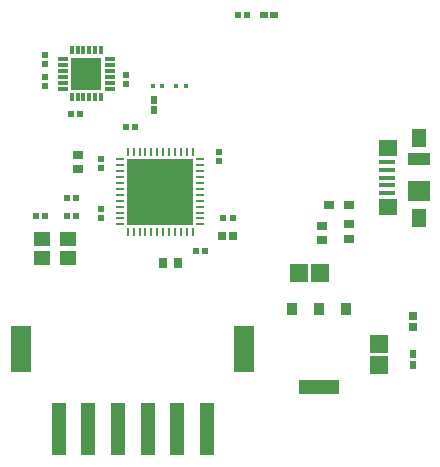
<source format=gbr>
%TF.GenerationSoftware,Altium Limited,Altium Designer,25.0.2 (28)*%
G04 Layer_Color=8421504*
%FSLAX45Y45*%
%MOMM*%
%TF.SameCoordinates,C223F9BF-7E24-4A28-B258-71FBB46568CF*%
%TF.FilePolarity,Positive*%
%TF.FileFunction,Paste,Top*%
%TF.Part,Single*%
G01*
G75*
%TA.AperFunction,ConnectorPad*%
%ADD15R,1.80000X3.90000*%
%ADD16R,1.30000X4.50000*%
%TA.AperFunction,SMDPad,CuDef*%
%ADD17R,0.60000X0.65000*%
%TA.AperFunction,ConnectorPad*%
%ADD18R,1.38000X0.45000*%
%ADD19R,1.55000X1.42500*%
%ADD20R,1.90000X1.00000*%
%ADD21R,1.90000X1.80000*%
%ADD22R,1.30000X1.65000*%
%TA.AperFunction,SMDPad,CuDef*%
%ADD23R,0.52000X0.56000*%
%ADD24R,0.75000X0.90000*%
%ADD25R,0.55000X0.50000*%
%ADD26R,0.52000X0.52000*%
%ADD27R,1.40000X1.15000*%
%ADD28R,3.50000X1.25000*%
%ADD29R,0.87213X1.00429*%
%ADD31R,5.60000X5.60000*%
%ADD32O,0.25000X0.80000*%
%ADD33O,0.80000X0.25000*%
%ADD34R,2.60000X2.70000*%
%ADD35R,0.35000X0.80000*%
%ADD36R,0.85000X0.35000*%
%ADD37R,0.45000X0.45000*%
%ADD38R,0.50000X0.70000*%
%ADD39R,0.56000X0.52000*%
%ADD40R,0.65000X0.60000*%
%ADD41R,0.90000X0.75000*%
%ADD42R,1.55000X1.50000*%
%ADD43R,0.70000X0.75000*%
%ADD44R,1.50000X1.55000*%
%ADD45R,0.50000X0.60000*%
%ADD46R,0.75000X0.70000*%
%ADD47R,0.95000X0.70000*%
D15*
X11190000Y6120000D02*
D03*
X9300000D02*
D03*
D16*
X10870000Y5440000D02*
D03*
X10620000D02*
D03*
X10370000D02*
D03*
X10120000D02*
D03*
X9870000D02*
D03*
X9620000D02*
D03*
D17*
X10425000Y8225000D02*
D03*
Y8140000D02*
D03*
D18*
X12400000Y7700000D02*
D03*
Y7635000D02*
D03*
Y7570000D02*
D03*
Y7505000D02*
D03*
Y7440000D02*
D03*
D19*
X12408500Y7818750D02*
D03*
Y7321250D02*
D03*
D20*
X12666000Y7725000D02*
D03*
D21*
Y7455000D02*
D03*
D22*
Y7907500D02*
D03*
Y7232500D02*
D03*
D23*
X10975000Y7788000D02*
D03*
Y7712000D02*
D03*
X9975000Y7225000D02*
D03*
Y7301000D02*
D03*
X9500000Y8425000D02*
D03*
Y8349000D02*
D03*
X10190000Y8438000D02*
D03*
Y8362000D02*
D03*
X9500000Y8613000D02*
D03*
Y8537000D02*
D03*
X9977501Y7726000D02*
D03*
Y7650000D02*
D03*
D24*
X10625000Y6850000D02*
D03*
X10505000D02*
D03*
D25*
X9687500Y7400000D02*
D03*
X9762500D02*
D03*
D26*
X9765000Y7250000D02*
D03*
X9685000D02*
D03*
X9425000D02*
D03*
X9505000D02*
D03*
D27*
X9480000Y6890000D02*
D03*
X9700000D02*
D03*
Y7050000D02*
D03*
X9480000D02*
D03*
D28*
X11825000Y5795500D02*
D03*
D29*
X11596000Y6454500D02*
D03*
X11825000D02*
D03*
X12054000D02*
D03*
D31*
X10477501Y7450000D02*
D03*
D32*
X10202501Y7790000D02*
D03*
X10252501D02*
D03*
X10302501D02*
D03*
X10352501D02*
D03*
X10402501D02*
D03*
X10452501D02*
D03*
X10502501D02*
D03*
X10552501D02*
D03*
X10602501D02*
D03*
X10652501D02*
D03*
X10702501D02*
D03*
X10752501D02*
D03*
Y7110000D02*
D03*
X10702501D02*
D03*
X10652501D02*
D03*
X10602501D02*
D03*
X10552501D02*
D03*
X10502501D02*
D03*
X10452501D02*
D03*
X10402501D02*
D03*
X10352501D02*
D03*
X10302501D02*
D03*
X10252501D02*
D03*
X10202501D02*
D03*
D33*
X10817501Y7725000D02*
D03*
Y7675000D02*
D03*
Y7625000D02*
D03*
Y7575000D02*
D03*
Y7525000D02*
D03*
Y7475000D02*
D03*
Y7425000D02*
D03*
Y7375000D02*
D03*
Y7325000D02*
D03*
Y7275000D02*
D03*
Y7225000D02*
D03*
Y7175000D02*
D03*
X10137501D02*
D03*
Y7225000D02*
D03*
Y7275000D02*
D03*
Y7325000D02*
D03*
Y7375000D02*
D03*
Y7425000D02*
D03*
Y7475000D02*
D03*
Y7525000D02*
D03*
Y7575000D02*
D03*
Y7625000D02*
D03*
Y7675000D02*
D03*
Y7725000D02*
D03*
D34*
X9852501Y8450000D02*
D03*
D35*
X9727501Y8250000D02*
D03*
X9777501D02*
D03*
X9827501D02*
D03*
X9877501D02*
D03*
X9927501D02*
D03*
X9977501D02*
D03*
X9727501Y8650000D02*
D03*
X9777501D02*
D03*
X9827501D02*
D03*
X9877501D02*
D03*
X9927501D02*
D03*
X9977501D02*
D03*
D36*
X10050001Y8325000D02*
D03*
Y8375000D02*
D03*
Y8425000D02*
D03*
Y8475000D02*
D03*
Y8525000D02*
D03*
Y8575000D02*
D03*
X9655001Y8325000D02*
D03*
Y8375000D02*
D03*
Y8425000D02*
D03*
Y8475000D02*
D03*
Y8525000D02*
D03*
Y8575000D02*
D03*
D37*
X10612501Y8350000D02*
D03*
X10692501D02*
D03*
X10492501D02*
D03*
X10412501D02*
D03*
D38*
X12620000Y5985000D02*
D03*
Y6075000D02*
D03*
D39*
X11213000Y8950000D02*
D03*
X11137000D02*
D03*
X10853501Y6950000D02*
D03*
X10777501D02*
D03*
X10187000Y8000000D02*
D03*
X10263000D02*
D03*
X9724000Y8110000D02*
D03*
X9800000D02*
D03*
D40*
X11357500Y8950000D02*
D03*
X11442500D02*
D03*
D41*
X9777501Y7640000D02*
D03*
Y7759999D02*
D03*
X11850000Y7045000D02*
D03*
Y7165000D02*
D03*
X12075000Y7055000D02*
D03*
Y7175000D02*
D03*
D42*
X12327501Y5985000D02*
D03*
Y6165000D02*
D03*
D43*
X12620000Y6397500D02*
D03*
Y6302500D02*
D03*
D44*
X11650000Y6760000D02*
D03*
X11830000D02*
D03*
D45*
X11007501Y7225000D02*
D03*
X11097501D02*
D03*
D46*
X11002501Y7075000D02*
D03*
X11097501D02*
D03*
D47*
X12075000Y7340000D02*
D03*
X11910000D02*
D03*
%TF.MD5,623f41bfbdc32536472ae2ea4276cb9a*%
M02*

</source>
